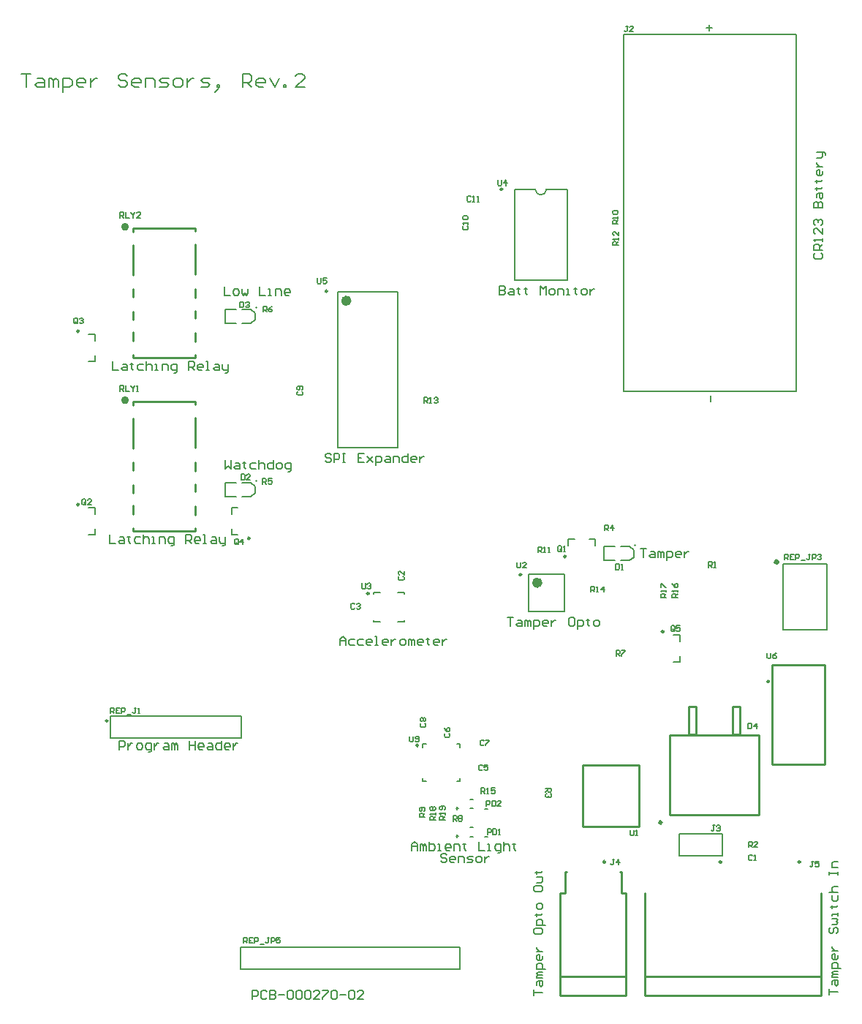
<source format=gto>
G04*
G04 #@! TF.GenerationSoftware,Altium Limited,Altium Designer,18.1.9 (240)*
G04*
G04 Layer_Color=65535*
%FSLAX24Y24*%
%MOIN*%
G70*
G01*
G75*
%ADD10C,0.0100*%
%ADD11C,0.0098*%
%ADD12C,0.0236*%
%ADD13C,0.0079*%
%ADD14C,0.0157*%
%ADD15C,0.0150*%
%ADD16C,0.0213*%
%ADD17C,0.0050*%
%ADD18C,0.0070*%
D10*
X29897Y14574D02*
G03*
X29897Y14574I-0J0D01*
G01*
X12632Y25394D02*
G03*
X12632Y25394I-0J0D01*
G01*
X5868Y6564D02*
G03*
X5868Y6564I-48J0D01*
G01*
X36012Y8351D02*
G03*
X36012Y8351I-41J0D01*
G01*
X12632Y17494D02*
G03*
X12632Y17494I-0J0D01*
G01*
X9867Y25853D02*
Y26260D01*
X7033Y23869D02*
Y24267D01*
X9867Y23833D02*
Y24231D01*
X9867Y24897D02*
Y25252D01*
Y23105D02*
Y23243D01*
X7033Y23105D02*
Y23243D01*
X7033Y24857D02*
Y25211D01*
Y25863D02*
Y26235D01*
X7025Y26865D02*
X7033Y28243D01*
X9867Y26898D02*
X9869Y28263D01*
X7033Y28838D02*
Y29011D01*
X9867Y28873D02*
Y29011D01*
X7033Y23105D02*
X9867D01*
X7033Y29011D02*
X9867D01*
X29220Y-310D02*
X29287D01*
X26713D02*
X26780D01*
X26713Y-1290D02*
Y-310D01*
X26500Y-5940D02*
Y-1290D01*
X29500Y-5940D02*
Y-1290D01*
X26500D02*
X26713D01*
X26500Y-5940D02*
X29500D01*
X26500Y-5090D02*
X29500D01*
X29287Y-1290D02*
X29500D01*
X29287D02*
Y-310D01*
X31500Y2284D02*
Y5926D01*
X35540Y2284D02*
Y5926D01*
X31500Y2284D02*
X35540D01*
X34340Y5930D02*
X34700D01*
X34340D02*
X34340Y7200D01*
X34700Y7200D01*
Y5930D02*
Y7200D01*
X32340Y5930D02*
X32700D01*
X32340D02*
Y7220D01*
X32700Y7220D01*
Y5930D02*
Y7220D01*
X31500Y5926D02*
X35540D01*
X30360Y-5940D02*
Y-1290D01*
X38390Y-5940D02*
Y-1290D01*
X30360Y-5940D02*
X38390D01*
X30360Y-5090D02*
X38390D01*
X30070Y1738D02*
Y4542D01*
X27510Y1738D02*
Y4542D01*
Y1738D02*
X30070D01*
X27510Y4542D02*
X30070D01*
X36145Y4568D02*
Y9108D01*
Y4568D02*
X38547D01*
Y9108D01*
X36145D02*
X38547D01*
X7033Y21111D02*
X9867D01*
X7033Y15205D02*
X9867D01*
Y20973D02*
Y21111D01*
X7033Y20938D02*
Y21111D01*
X9867Y18998D02*
X9869Y20363D01*
X7025Y18965D02*
X7033Y20343D01*
Y17963D02*
Y18335D01*
Y16957D02*
Y17311D01*
X7033Y15205D02*
Y15343D01*
X9867Y15205D02*
Y15343D01*
Y16997D02*
Y17352D01*
X9867Y15933D02*
Y16331D01*
X7033Y15969D02*
Y16367D01*
X9867Y17953D02*
Y18360D01*
D11*
X26756Y14051D02*
G03*
X26756Y14051I-49J0D01*
G01*
X24728Y13225D02*
G03*
X24728Y13225I-49J0D01*
G01*
X17775Y12360D02*
G03*
X17775Y12360I-49J0D01*
G01*
X23858Y30789D02*
G03*
X23858Y30789I-49J0D01*
G01*
X15885Y26141D02*
G03*
X15885Y26141I-49J0D01*
G01*
X12341Y14882D02*
G03*
X12341Y14882I-49J0D01*
G01*
X20026Y5444D02*
G03*
X20026Y5444I-49J0D01*
G01*
X28553Y129D02*
G03*
X28553Y129I-49J0D01*
G01*
X31215Y10624D02*
G03*
X31215Y10624I-49J0D01*
G01*
X33849Y131D02*
G03*
X33849Y131I-49J0D01*
G01*
X37443Y129D02*
G03*
X37443Y129I-49J0D01*
G01*
X4557Y16418D02*
G03*
X4557Y16418I-49J0D01*
G01*
Y24318D02*
G03*
X4557Y24318I-49J0D01*
G01*
D12*
X25565Y12853D02*
G03*
X25565Y12853I-118J0D01*
G01*
X16859Y25706D02*
G03*
X16859Y25706I-118J0D01*
G01*
D13*
X25360Y30781D02*
G03*
X25860Y30781I250J0D01*
G01*
X29248Y14495D02*
X29641D01*
Y13865D02*
X29838Y14023D01*
X29641Y14495D02*
X29838Y14337D01*
X29248Y13865D02*
X29641D01*
X29838Y14023D02*
Y14337D01*
X28500Y13865D02*
Y14495D01*
X28972D01*
X28500Y13865D02*
X28972D01*
X11983Y25315D02*
X12377D01*
Y24685D02*
X12574Y24843D01*
X12377Y25315D02*
X12574Y25157D01*
X11983Y24685D02*
X12377D01*
X12574Y24843D02*
Y25157D01*
X11235Y24685D02*
Y25315D01*
X11707D01*
X11235Y24685D02*
X11707D01*
X28088Y14543D02*
Y14838D01*
X27809D02*
X28088D01*
X26860D02*
X27139D01*
X26860Y14543D02*
Y14838D01*
X25053Y11554D02*
Y13246D01*
X26687Y11554D02*
Y13246D01*
X25053D02*
X26687D01*
X25053Y11554D02*
X26687D01*
X17981Y12360D02*
Y12419D01*
X18277D01*
X19103D02*
X19399D01*
Y12360D02*
Y12419D01*
Y11081D02*
Y11140D01*
X19103Y11081D02*
X19399D01*
X17981D02*
Y11140D01*
Y11081D02*
X18277D01*
X29394Y37841D02*
X37268D01*
Y21581D02*
Y37841D01*
X29394Y21581D02*
X37268D01*
X29394D02*
Y37841D01*
X24409Y30782D02*
X25360D01*
X25860D02*
X26811D01*
X24409Y26628D02*
X26811D01*
X24409D02*
Y30782D01*
X26811Y26628D02*
Y30782D01*
X16348Y19013D02*
X19084D01*
X16348Y26100D02*
X19084D01*
Y19013D02*
Y26100D01*
X16348Y19013D02*
Y26100D01*
X22401Y1293D02*
X22519D01*
X22401Y1707D02*
X22519D01*
X11505Y16264D02*
X11800D01*
X11505Y15985D02*
Y16264D01*
Y15036D02*
Y15315D01*
Y15036D02*
X11800D01*
X5988Y6772D02*
X11957D01*
X5988Y5787D02*
X11957D01*
X5988D02*
Y6772D01*
X11957Y5787D02*
Y6772D01*
X20232Y5355D02*
Y5503D01*
X20380D01*
X21777D02*
X21925D01*
Y5355D02*
Y5503D01*
Y3810D02*
Y3958D01*
X21777Y3810D02*
X21925D01*
X20232D02*
Y3958D01*
Y3810D02*
X20380D01*
X22401Y2977D02*
X22519D01*
X22401Y2563D02*
X22519D01*
X31657Y9242D02*
X31953D01*
Y9521D01*
Y10191D02*
Y10470D01*
X31657D02*
X31953D01*
X31906Y398D02*
X33874D01*
X31906Y1422D02*
X33874D01*
X31906Y398D02*
Y1422D01*
X33874Y398D02*
Y1422D01*
X36650Y10720D02*
Y12637D01*
Y10720D02*
Y13720D01*
X38650Y10720D02*
Y13720D01*
X36650D02*
X38650D01*
X36650Y10720D02*
X38650D01*
X21910Y-4740D02*
Y-3740D01*
X11910Y-4740D02*
X21910D01*
X11910D02*
Y-3740D01*
X12660D01*
X21910D01*
X11983Y17415D02*
X12377D01*
Y16785D02*
X12574Y16943D01*
X12377Y17415D02*
X12574Y17257D01*
X11983Y16785D02*
X12377D01*
X12574Y16943D02*
Y17257D01*
X11235Y16785D02*
Y17415D01*
X11707D01*
X11235Y16785D02*
X11707D01*
X5000Y15036D02*
X5295D01*
Y15315D01*
Y15985D02*
Y16264D01*
X5000D02*
X5295D01*
X5000Y24164D02*
X5295D01*
Y23885D02*
Y24164D01*
Y22936D02*
Y23215D01*
X5000Y22936D02*
X5295D01*
X1929Y36058D02*
X2349D01*
X2139D01*
Y35428D01*
X2663Y35848D02*
X2873D01*
X2978Y35743D01*
Y35428D01*
X2663D01*
X2558Y35533D01*
X2663Y35638D01*
X2978D01*
X3188Y35428D02*
Y35848D01*
X3293D01*
X3398Y35743D01*
Y35428D01*
Y35743D01*
X3503Y35848D01*
X3608Y35743D01*
Y35428D01*
X3818Y35218D02*
Y35848D01*
X4133D01*
X4238Y35743D01*
Y35533D01*
X4133Y35428D01*
X3818D01*
X4762D02*
X4553D01*
X4448Y35533D01*
Y35743D01*
X4553Y35848D01*
X4762D01*
X4867Y35743D01*
Y35638D01*
X4448D01*
X5077Y35848D02*
Y35428D01*
Y35638D01*
X5182Y35743D01*
X5287Y35848D01*
X5392D01*
X6757Y35953D02*
X6652Y36058D01*
X6442D01*
X6337Y35953D01*
Y35848D01*
X6442Y35743D01*
X6652D01*
X6757Y35638D01*
Y35533D01*
X6652Y35428D01*
X6442D01*
X6337Y35533D01*
X7281Y35428D02*
X7071D01*
X6966Y35533D01*
Y35743D01*
X7071Y35848D01*
X7281D01*
X7386Y35743D01*
Y35638D01*
X6966D01*
X7596Y35428D02*
Y35848D01*
X7911D01*
X8016Y35743D01*
Y35428D01*
X8226D02*
X8541D01*
X8646Y35533D01*
X8541Y35638D01*
X8331D01*
X8226Y35743D01*
X8331Y35848D01*
X8646D01*
X8961Y35428D02*
X9170D01*
X9275Y35533D01*
Y35743D01*
X9170Y35848D01*
X8961D01*
X8856Y35743D01*
Y35533D01*
X8961Y35428D01*
X9485Y35848D02*
Y35428D01*
Y35638D01*
X9590Y35743D01*
X9695Y35848D01*
X9800D01*
X10115Y35428D02*
X10430D01*
X10535Y35533D01*
X10430Y35638D01*
X10220D01*
X10115Y35743D01*
X10220Y35848D01*
X10535D01*
X10850Y35323D02*
X10955Y35428D01*
Y35533D01*
X10850D01*
Y35428D01*
X10955D01*
X10850Y35323D01*
X10745Y35218D01*
X12004Y35428D02*
Y36058D01*
X12319D01*
X12424Y35953D01*
Y35743D01*
X12319Y35638D01*
X12004D01*
X12214D02*
X12424Y35428D01*
X12949D02*
X12739D01*
X12634Y35533D01*
Y35743D01*
X12739Y35848D01*
X12949D01*
X13054Y35743D01*
Y35638D01*
X12634D01*
X13264Y35848D02*
X13474Y35428D01*
X13683Y35848D01*
X13893Y35428D02*
Y35533D01*
X13998D01*
Y35428D01*
X13893D01*
X14838D02*
X14418D01*
X14838Y35848D01*
Y35953D01*
X14733Y36058D01*
X14523D01*
X14418Y35953D01*
D14*
X6746Y29070D02*
G03*
X6746Y29070I-94J0D01*
G01*
Y21170D02*
G03*
X6746Y21170I-94J0D01*
G01*
D15*
X31058Y1954D02*
G03*
X31060Y1954I2J-31D01*
G01*
D16*
X36389Y13800D02*
G03*
X36389Y13800I-39J0D01*
G01*
D17*
X23063Y1281D02*
X23181D01*
X21798Y1250D02*
Y1368D01*
X21739Y1308D02*
X21857D01*
X21739Y2578D02*
X21857D01*
X21798Y2520D02*
Y2638D01*
X23063Y2551D02*
X23181D01*
X35930Y9660D02*
Y9452D01*
X35972Y9410D01*
X36055D01*
X36097Y9452D01*
Y9660D01*
X36347D02*
X36263Y9618D01*
X36180Y9535D01*
Y9452D01*
X36222Y9410D01*
X36305D01*
X36347Y9452D01*
Y9493D01*
X36305Y9535D01*
X36180D01*
X29680Y1580D02*
Y1372D01*
X29722Y1330D01*
X29805D01*
X29847Y1372D01*
Y1580D01*
X29930Y1330D02*
X30013D01*
X29972D01*
Y1580D01*
X29930Y1538D01*
X38037Y154D02*
X37953D01*
X37995D01*
Y-55D01*
X37953Y-96D01*
X37912D01*
X37870Y-55D01*
X38287Y154D02*
X38120D01*
Y29D01*
X38203Y70D01*
X38245D01*
X38287Y29D01*
Y-55D01*
X38245Y-96D01*
X38162D01*
X38120Y-55D01*
X35065Y6450D02*
Y6200D01*
X35190D01*
X35232Y6242D01*
Y6408D01*
X35190Y6450D01*
X35065D01*
X35440Y6200D02*
Y6450D01*
X35315Y6325D01*
X35482D01*
X35247Y418D02*
X35205Y460D01*
X35122D01*
X35080Y418D01*
Y252D01*
X35122Y210D01*
X35205D01*
X35247Y252D01*
X35330Y210D02*
X35413D01*
X35372D01*
Y460D01*
X35330Y418D01*
X12060Y-3570D02*
Y-3320D01*
X12185D01*
X12227Y-3362D01*
Y-3445D01*
X12185Y-3487D01*
X12060D01*
X12143D02*
X12227Y-3570D01*
X12477Y-3320D02*
X12310D01*
Y-3570D01*
X12477D01*
X12310Y-3445D02*
X12393D01*
X12560Y-3570D02*
Y-3320D01*
X12685D01*
X12726Y-3362D01*
Y-3445D01*
X12685Y-3487D01*
X12560D01*
X12810Y-3612D02*
X12976D01*
X13226Y-3320D02*
X13143D01*
X13185D01*
Y-3528D01*
X13143Y-3570D01*
X13101D01*
X13060Y-3528D01*
X13310Y-3570D02*
Y-3320D01*
X13435D01*
X13476Y-3362D01*
Y-3445D01*
X13435Y-3487D01*
X13310D01*
X13726Y-3320D02*
X13560D01*
Y-3445D01*
X13643Y-3403D01*
X13684D01*
X13726Y-3445D01*
Y-3528D01*
X13684Y-3570D01*
X13601D01*
X13560Y-3528D01*
X36730Y13910D02*
Y14160D01*
X36855D01*
X36897Y14118D01*
Y14035D01*
X36855Y13993D01*
X36730D01*
X36813D02*
X36897Y13910D01*
X37147Y14160D02*
X36980D01*
Y13910D01*
X37147D01*
X36980Y14035D02*
X37063D01*
X37230Y13910D02*
Y14160D01*
X37355D01*
X37396Y14118D01*
Y14035D01*
X37355Y13993D01*
X37230D01*
X37480Y13868D02*
X37646D01*
X37896Y14160D02*
X37813D01*
X37855D01*
Y13952D01*
X37813Y13910D01*
X37771D01*
X37730Y13952D01*
X37980Y13910D02*
Y14160D01*
X38105D01*
X38146Y14118D01*
Y14035D01*
X38105Y13993D01*
X37980D01*
X38230Y14118D02*
X38271Y14160D01*
X38354D01*
X38396Y14118D01*
Y14077D01*
X38354Y14035D01*
X38313D01*
X38354D01*
X38396Y13993D01*
Y13952D01*
X38354Y13910D01*
X38271D01*
X38230Y13952D01*
X21250Y2040D02*
X21000D01*
Y2165D01*
X21042Y2207D01*
X21125D01*
X21167Y2165D01*
Y2040D01*
Y2123D02*
X21250Y2207D01*
Y2290D02*
Y2373D01*
Y2332D01*
X21000D01*
X21042Y2290D01*
X21208Y2498D02*
X21250Y2540D01*
Y2623D01*
X21208Y2665D01*
X21042D01*
X21000Y2623D01*
Y2540D01*
X21042Y2498D01*
X21083D01*
X21125Y2540D01*
Y2665D01*
X20810Y2030D02*
X20560D01*
Y2155D01*
X20602Y2197D01*
X20685D01*
X20727Y2155D01*
Y2030D01*
Y2113D02*
X20810Y2197D01*
Y2280D02*
Y2363D01*
Y2322D01*
X20560D01*
X20602Y2280D01*
Y2488D02*
X20560Y2530D01*
Y2613D01*
X20602Y2655D01*
X20643D01*
X20685Y2613D01*
X20727Y2655D01*
X20768D01*
X20810Y2613D01*
Y2530D01*
X20768Y2488D01*
X20727D01*
X20685Y2530D01*
X20643Y2488D01*
X20602D01*
X20685Y2530D02*
Y2613D01*
X31330Y12190D02*
X31080D01*
Y12315D01*
X31122Y12357D01*
X31205D01*
X31247Y12315D01*
Y12190D01*
Y12273D02*
X31330Y12357D01*
Y12440D02*
Y12523D01*
Y12482D01*
X31080D01*
X31122Y12440D01*
X31080Y12648D02*
Y12815D01*
X31122D01*
X31288Y12648D01*
X31330D01*
X31850Y12190D02*
X31600D01*
Y12315D01*
X31642Y12357D01*
X31725D01*
X31767Y12315D01*
Y12190D01*
Y12273D02*
X31850Y12357D01*
Y12440D02*
Y12523D01*
Y12482D01*
X31600D01*
X31642Y12440D01*
X31600Y12815D02*
X31642Y12731D01*
X31725Y12648D01*
X31808D01*
X31850Y12690D01*
Y12773D01*
X31808Y12815D01*
X31767D01*
X31725Y12773D01*
Y12648D01*
X33537Y1800D02*
X33453D01*
X33495D01*
Y1592D01*
X33453Y1550D01*
X33412D01*
X33370Y1592D01*
X33620Y1758D02*
X33662Y1800D01*
X33745D01*
X33787Y1758D01*
Y1717D01*
X33745Y1675D01*
X33703D01*
X33745D01*
X33787Y1633D01*
Y1592D01*
X33745Y1550D01*
X33662D01*
X33620Y1592D01*
X22900Y3250D02*
Y3500D01*
X23025D01*
X23067Y3458D01*
Y3375D01*
X23025Y3333D01*
X22900D01*
X22983D02*
X23067Y3250D01*
X23150D02*
X23233D01*
X23192D01*
Y3500D01*
X23150Y3458D01*
X23525Y3500D02*
X23358D01*
Y3375D01*
X23441Y3417D01*
X23483D01*
X23525Y3375D01*
Y3292D01*
X23483Y3250D01*
X23400D01*
X23358Y3292D01*
X31707Y10690D02*
Y10857D01*
X31665Y10899D01*
X31582D01*
X31540Y10857D01*
Y10690D01*
X31582Y10649D01*
X31665D01*
X31623Y10732D02*
X31707Y10649D01*
X31665D02*
X31707Y10690D01*
X31957Y10899D02*
X31790D01*
Y10774D01*
X31873Y10815D01*
X31915D01*
X31957Y10774D01*
Y10690D01*
X31915Y10649D01*
X31832D01*
X31790Y10690D01*
X23130Y2670D02*
Y2920D01*
X23255D01*
X23297Y2878D01*
Y2795D01*
X23255Y2753D01*
X23130D01*
X23380Y2920D02*
Y2670D01*
X23505D01*
X23547Y2712D01*
Y2878D01*
X23505Y2920D01*
X23380D01*
X23796Y2670D02*
X23630D01*
X23796Y2837D01*
Y2878D01*
X23755Y2920D01*
X23671D01*
X23630Y2878D01*
X28957Y250D02*
X28873D01*
X28915D01*
Y42D01*
X28873Y0D01*
X28832D01*
X28790Y42D01*
X29165Y0D02*
Y250D01*
X29040Y125D01*
X29207D01*
X20280Y21050D02*
Y21300D01*
X20405D01*
X20447Y21258D01*
Y21175D01*
X20405Y21133D01*
X20280D01*
X20363D02*
X20447Y21050D01*
X20530D02*
X20613D01*
X20572D01*
Y21300D01*
X20530Y21258D01*
X20738D02*
X20780Y21300D01*
X20863D01*
X20905Y21258D01*
Y21217D01*
X20863Y21175D01*
X20822D01*
X20863D01*
X20905Y21133D01*
Y21092D01*
X20863Y21050D01*
X20780D01*
X20738Y21092D01*
X19630Y5860D02*
Y5652D01*
X19672Y5610D01*
X19755D01*
X19797Y5652D01*
Y5860D01*
X19880Y5652D02*
X19922Y5610D01*
X20005D01*
X20047Y5652D01*
Y5818D01*
X20005Y5860D01*
X19922D01*
X19880Y5818D01*
Y5777D01*
X19922Y5735D01*
X20047D01*
X5996Y6902D02*
Y7151D01*
X6121D01*
X6163Y7110D01*
Y7027D01*
X6121Y6985D01*
X5996D01*
X6079D02*
X6163Y6902D01*
X6413Y7151D02*
X6246D01*
Y6902D01*
X6413D01*
X6246Y7027D02*
X6329D01*
X6496Y6902D02*
Y7151D01*
X6621D01*
X6663Y7110D01*
Y7027D01*
X6621Y6985D01*
X6496D01*
X6746Y6860D02*
X6912D01*
X7162Y7151D02*
X7079D01*
X7121D01*
Y6943D01*
X7079Y6902D01*
X7037D01*
X6996Y6943D01*
X7246Y6902D02*
X7329D01*
X7287D01*
Y7151D01*
X7246Y7110D01*
X29151Y28230D02*
X28901D01*
Y28355D01*
X28943Y28397D01*
X29026D01*
X29068Y28355D01*
Y28230D01*
Y28314D02*
X29151Y28397D01*
Y28480D02*
Y28564D01*
Y28522D01*
X28901D01*
X28943Y28480D01*
X29151Y28855D02*
Y28688D01*
X28985Y28855D01*
X28943D01*
X28901Y28813D01*
Y28730D01*
X28943Y28688D01*
X29135Y29198D02*
X28886D01*
Y29323D01*
X28927Y29365D01*
X29010D01*
X29052Y29323D01*
Y29198D01*
Y29281D02*
X29135Y29365D01*
Y29448D02*
Y29531D01*
Y29490D01*
X28886D01*
X28927Y29448D01*
Y29656D02*
X28886Y29698D01*
Y29781D01*
X28927Y29823D01*
X29094D01*
X29135Y29781D01*
Y29698D01*
X29094Y29656D01*
X28927D01*
X20320Y2190D02*
X20070D01*
Y2315D01*
X20112Y2357D01*
X20195D01*
X20237Y2315D01*
Y2190D01*
Y2273D02*
X20320Y2357D01*
X20278Y2440D02*
X20320Y2482D01*
Y2565D01*
X20278Y2607D01*
X20112D01*
X20070Y2565D01*
Y2482D01*
X20112Y2440D01*
X20153D01*
X20195Y2482D01*
Y2607D01*
X11817Y14642D02*
Y14808D01*
X11775Y14850D01*
X11692D01*
X11650Y14808D01*
Y14642D01*
X11692Y14600D01*
X11775D01*
X11733Y14683D02*
X11817Y14600D01*
X11775D02*
X11817Y14642D01*
X12025Y14600D02*
Y14850D01*
X11900Y14725D01*
X12067D01*
X4487Y24712D02*
Y24878D01*
X4445Y24920D01*
X4362D01*
X4320Y24878D01*
Y24712D01*
X4362Y24670D01*
X4445D01*
X4403Y24753D02*
X4487Y24670D01*
X4445D02*
X4487Y24712D01*
X4570Y24878D02*
X4612Y24920D01*
X4695D01*
X4737Y24878D01*
Y24837D01*
X4695Y24795D01*
X4653D01*
X4695D01*
X4737Y24753D01*
Y24712D01*
X4695Y24670D01*
X4612D01*
X4570Y24712D01*
X4867Y16459D02*
Y16626D01*
X4825Y16668D01*
X4742D01*
X4700Y16626D01*
Y16459D01*
X4742Y16418D01*
X4825D01*
X4783Y16501D02*
X4867Y16418D01*
X4825D02*
X4867Y16459D01*
X5117Y16418D02*
X4950D01*
X5117Y16584D01*
Y16626D01*
X5075Y16668D01*
X4992D01*
X4950Y16626D01*
X23180Y1380D02*
Y1630D01*
X23305D01*
X23347Y1588D01*
Y1505D01*
X23305Y1463D01*
X23180D01*
X23430Y1630D02*
Y1380D01*
X23555D01*
X23597Y1422D01*
Y1588D01*
X23555Y1630D01*
X23430D01*
X23680Y1380D02*
X23763D01*
X23721D01*
Y1630D01*
X23680Y1588D01*
X22417Y30428D02*
X22375Y30470D01*
X22292D01*
X22250Y30428D01*
Y30262D01*
X22292Y30220D01*
X22375D01*
X22417Y30262D01*
X22500Y30220D02*
X22583D01*
X22542D01*
Y30470D01*
X22500Y30428D01*
X22708Y30220D02*
X22791D01*
X22750D01*
Y30470D01*
X22708Y30428D01*
X22092Y29107D02*
X22050Y29065D01*
Y28982D01*
X22092Y28940D01*
X22258D01*
X22300Y28982D01*
Y29065D01*
X22258Y29107D01*
X22300Y29190D02*
Y29273D01*
Y29232D01*
X22050D01*
X22092Y29190D01*
Y29398D02*
X22050Y29440D01*
Y29523D01*
X22092Y29565D01*
X22258D01*
X22300Y29523D01*
Y29440D01*
X22258Y29398D01*
X22092D01*
X14542Y21567D02*
X14500Y21525D01*
Y21442D01*
X14542Y21400D01*
X14708D01*
X14750Y21442D01*
Y21525D01*
X14708Y21567D01*
Y21650D02*
X14750Y21692D01*
Y21775D01*
X14708Y21817D01*
X14542D01*
X14500Y21775D01*
Y21692D01*
X14542Y21650D01*
X14583D01*
X14625Y21692D01*
Y21817D01*
X20155Y6447D02*
X20114Y6405D01*
Y6322D01*
X20155Y6280D01*
X20322D01*
X20364Y6322D01*
Y6405D01*
X20322Y6447D01*
X20155Y6530D02*
X20114Y6572D01*
Y6655D01*
X20155Y6697D01*
X20197D01*
X20239Y6655D01*
X20280Y6697D01*
X20322D01*
X20364Y6655D01*
Y6572D01*
X20322Y6530D01*
X20280D01*
X20239Y6572D01*
X20197Y6530D01*
X20155D01*
X20239Y6572D02*
Y6655D01*
X23017Y5638D02*
X22975Y5680D01*
X22892D01*
X22850Y5638D01*
Y5472D01*
X22892Y5430D01*
X22975D01*
X23017Y5472D01*
X23100Y5680D02*
X23267D01*
Y5638D01*
X23100Y5472D01*
Y5430D01*
X21252Y5987D02*
X21210Y5945D01*
Y5862D01*
X21252Y5820D01*
X21418D01*
X21460Y5862D01*
Y5945D01*
X21418Y5987D01*
X21210Y6237D02*
X21252Y6153D01*
X21335Y6070D01*
X21418D01*
X21460Y6112D01*
Y6195D01*
X21418Y6237D01*
X21377D01*
X21335Y6195D01*
Y6070D01*
X22947Y4518D02*
X22905Y4560D01*
X22822D01*
X22780Y4518D01*
Y4352D01*
X22822Y4310D01*
X22905D01*
X22947Y4352D01*
X23197Y4560D02*
X23030D01*
Y4435D01*
X23113Y4477D01*
X23155D01*
X23197Y4435D01*
Y4352D01*
X23155Y4310D01*
X23072D01*
X23030Y4352D01*
X6435Y29490D02*
Y29740D01*
X6560D01*
X6601Y29698D01*
Y29615D01*
X6560Y29573D01*
X6435D01*
X6518D02*
X6601Y29490D01*
X6685Y29740D02*
Y29490D01*
X6851D01*
X6935Y29740D02*
Y29698D01*
X7018Y29615D01*
X7101Y29698D01*
Y29740D01*
X7018Y29615D02*
Y29490D01*
X7351D02*
X7185D01*
X7351Y29657D01*
Y29698D01*
X7310Y29740D01*
X7226D01*
X7185Y29698D01*
X6430Y21590D02*
Y21840D01*
X6555D01*
X6597Y21798D01*
Y21715D01*
X6555Y21673D01*
X6430D01*
X6513D02*
X6597Y21590D01*
X6680Y21840D02*
Y21590D01*
X6847D01*
X6930Y21840D02*
Y21798D01*
X7013Y21715D01*
X7096Y21798D01*
Y21840D01*
X7013Y21715D02*
Y21590D01*
X7180D02*
X7263D01*
X7221D01*
Y21840D01*
X7180Y21798D01*
X15426Y26738D02*
Y26530D01*
X15468Y26488D01*
X15551D01*
X15593Y26530D01*
Y26738D01*
X15843D02*
X15676D01*
Y26613D01*
X15759Y26654D01*
X15801D01*
X15843Y26613D01*
Y26530D01*
X15801Y26488D01*
X15718D01*
X15676Y26530D01*
X23661Y31207D02*
Y30998D01*
X23703Y30957D01*
X23786D01*
X23828Y30998D01*
Y31207D01*
X24036Y30957D02*
Y31207D01*
X23911Y31082D01*
X24078D01*
X29580Y38222D02*
X29497D01*
X29538D01*
Y38014D01*
X29497Y37972D01*
X29455D01*
X29413Y38014D01*
X29830Y37972D02*
X29663D01*
X29830Y38139D01*
Y38181D01*
X29788Y38222D01*
X29705D01*
X29663Y38181D01*
X17450Y12830D02*
Y12622D01*
X17492Y12580D01*
X17575D01*
X17617Y12622D01*
Y12830D01*
X17700Y12788D02*
X17742Y12830D01*
X17825D01*
X17867Y12788D01*
Y12747D01*
X17825Y12705D01*
X17783D01*
X17825D01*
X17867Y12663D01*
Y12622D01*
X17825Y12580D01*
X17742D01*
X17700Y12622D01*
X21610Y1985D02*
Y2235D01*
X21735D01*
X21777Y2194D01*
Y2110D01*
X21735Y2069D01*
X21610D01*
X21693D02*
X21777Y1985D01*
X21860Y2194D02*
X21902Y2235D01*
X21985D01*
X22027Y2194D01*
Y2152D01*
X21985Y2110D01*
X22027Y2069D01*
Y2027D01*
X21985Y1985D01*
X21902D01*
X21860Y2027D01*
Y2069D01*
X21902Y2110D01*
X21860Y2152D01*
Y2194D01*
X21902Y2110D02*
X21985D01*
X29037Y9526D02*
Y9776D01*
X29162D01*
X29204Y9734D01*
Y9651D01*
X29162Y9609D01*
X29037D01*
X29121D02*
X29204Y9526D01*
X29287Y9776D02*
X29454D01*
Y9734D01*
X29287Y9568D01*
Y9526D01*
X25830Y3490D02*
X26080D01*
Y3365D01*
X26038Y3323D01*
X25955D01*
X25913Y3365D01*
Y3490D01*
Y3407D02*
X25830Y3323D01*
X26038Y3240D02*
X26080Y3198D01*
Y3115D01*
X26038Y3074D01*
X25997D01*
X25955Y3115D01*
Y3157D01*
Y3115D01*
X25913Y3074D01*
X25872D01*
X25830Y3115D01*
Y3198D01*
X25872Y3240D01*
X35080Y800D02*
Y1050D01*
X35205D01*
X35247Y1008D01*
Y925D01*
X35205Y883D01*
X35080D01*
X35163D02*
X35247Y800D01*
X35497D02*
X35330D01*
X35497Y967D01*
Y1008D01*
X35455Y1050D01*
X35372D01*
X35330Y1008D01*
X17127Y11868D02*
X17085Y11910D01*
X17002D01*
X16960Y11868D01*
Y11702D01*
X17002Y11660D01*
X17085D01*
X17127Y11702D01*
X17210Y11868D02*
X17252Y11910D01*
X17335D01*
X17377Y11868D01*
Y11827D01*
X17335Y11785D01*
X17293D01*
X17335D01*
X17377Y11743D01*
Y11702D01*
X17335Y11660D01*
X17252D01*
X17210Y11702D01*
X19162Y13137D02*
X19120Y13095D01*
Y13012D01*
X19162Y12970D01*
X19328D01*
X19370Y13012D01*
Y13095D01*
X19328Y13137D01*
X19370Y13387D02*
Y13220D01*
X19203Y13387D01*
X19162D01*
X19120Y13345D01*
Y13262D01*
X19162Y13220D01*
X24520Y13780D02*
Y13572D01*
X24562Y13530D01*
X24645D01*
X24687Y13572D01*
Y13780D01*
X24937Y13530D02*
X24770D01*
X24937Y13697D01*
Y13738D01*
X24895Y13780D01*
X24812D01*
X24770Y13738D01*
X12950Y25200D02*
Y25450D01*
X13075D01*
X13117Y25408D01*
Y25325D01*
X13075Y25283D01*
X12950D01*
X13033D02*
X13117Y25200D01*
X13367Y25450D02*
X13283Y25408D01*
X13200Y25325D01*
Y25242D01*
X13242Y25200D01*
X13325D01*
X13367Y25242D01*
Y25283D01*
X13325Y25325D01*
X13200D01*
X12934Y17352D02*
Y17602D01*
X13059D01*
X13100Y17560D01*
Y17477D01*
X13059Y17435D01*
X12934D01*
X13017D02*
X13100Y17352D01*
X13350Y17602D02*
X13184D01*
Y17477D01*
X13267Y17519D01*
X13309D01*
X13350Y17477D01*
Y17394D01*
X13309Y17352D01*
X13225D01*
X13184Y17394D01*
X28520Y15230D02*
Y15480D01*
X28645D01*
X28687Y15438D01*
Y15355D01*
X28645Y15313D01*
X28520D01*
X28603D02*
X28687Y15230D01*
X28895D02*
Y15480D01*
X28770Y15355D01*
X28937D01*
X25480Y14240D02*
Y14490D01*
X25605D01*
X25647Y14448D01*
Y14365D01*
X25605Y14323D01*
X25480D01*
X25563D02*
X25647Y14240D01*
X25730D02*
X25813D01*
X25772D01*
Y14490D01*
X25730Y14448D01*
X25938Y14240D02*
X26021D01*
X25980D01*
Y14490D01*
X25938Y14448D01*
X27900Y12430D02*
Y12680D01*
X28025D01*
X28067Y12638D01*
Y12555D01*
X28025Y12513D01*
X27900D01*
X27983D02*
X28067Y12430D01*
X28150D02*
X28233D01*
X28192D01*
Y12680D01*
X28150Y12638D01*
X28483Y12430D02*
Y12680D01*
X28358Y12555D01*
X28525D01*
X26557Y14322D02*
Y14488D01*
X26515Y14530D01*
X26432D01*
X26390Y14488D01*
Y14322D01*
X26432Y14280D01*
X26515D01*
X26473Y14363D02*
X26557Y14280D01*
X26515D02*
X26557Y14322D01*
X26640Y14280D02*
X26723D01*
X26682D01*
Y14530D01*
X26640Y14488D01*
X11900Y25650D02*
Y25400D01*
X12025D01*
X12067Y25442D01*
Y25608D01*
X12025Y25650D01*
X11900D01*
X12150Y25608D02*
X12192Y25650D01*
X12275D01*
X12317Y25608D01*
Y25567D01*
X12275Y25525D01*
X12233D01*
X12275D01*
X12317Y25483D01*
Y25442D01*
X12275Y25400D01*
X12192D01*
X12150Y25442D01*
X11950Y17800D02*
Y17550D01*
X12075D01*
X12117Y17592D01*
Y17758D01*
X12075Y17800D01*
X11950D01*
X12367Y17550D02*
X12200D01*
X12367Y17717D01*
Y17758D01*
X12325Y17800D01*
X12242D01*
X12200Y17758D01*
X29020Y13710D02*
Y13460D01*
X29145D01*
X29187Y13502D01*
Y13668D01*
X29145Y13710D01*
X29020D01*
X29270Y13460D02*
X29353D01*
X29312D01*
Y13710D01*
X29270Y13668D01*
X33250Y13555D02*
Y13805D01*
X33375D01*
X33417Y13763D01*
Y13680D01*
X33375Y13638D01*
X33250D01*
X33333D02*
X33417Y13555D01*
X33500D02*
X33583D01*
X33542D01*
Y13805D01*
X33500Y13763D01*
D18*
X33366Y21111D02*
Y21378D01*
X33272Y38004D02*
Y38271D01*
X33138Y38137D02*
X33405D01*
X12460Y-6110D02*
Y-5710D01*
X12660D01*
X12727Y-5777D01*
Y-5910D01*
X12660Y-5977D01*
X12460D01*
X13126Y-5777D02*
X13060Y-5710D01*
X12927D01*
X12860Y-5777D01*
Y-6043D01*
X12927Y-6110D01*
X13060D01*
X13126Y-6043D01*
X13260Y-5710D02*
Y-6110D01*
X13460D01*
X13526Y-6043D01*
Y-5977D01*
X13460Y-5910D01*
X13260D01*
X13460D01*
X13526Y-5843D01*
Y-5777D01*
X13460Y-5710D01*
X13260D01*
X13660Y-5910D02*
X13926D01*
X14059Y-5777D02*
X14126Y-5710D01*
X14259D01*
X14326Y-5777D01*
Y-6043D01*
X14259Y-6110D01*
X14126D01*
X14059Y-6043D01*
Y-5777D01*
X14459D02*
X14526Y-5710D01*
X14659D01*
X14726Y-5777D01*
Y-6043D01*
X14659Y-6110D01*
X14526D01*
X14459Y-6043D01*
Y-5777D01*
X14859D02*
X14926Y-5710D01*
X15059D01*
X15126Y-5777D01*
Y-6043D01*
X15059Y-6110D01*
X14926D01*
X14859Y-6043D01*
Y-5777D01*
X15526Y-6110D02*
X15259D01*
X15526Y-5843D01*
Y-5777D01*
X15459Y-5710D01*
X15326D01*
X15259Y-5777D01*
X15659Y-5710D02*
X15926D01*
Y-5777D01*
X15659Y-6043D01*
Y-6110D01*
X16059Y-5777D02*
X16125Y-5710D01*
X16259D01*
X16325Y-5777D01*
Y-6043D01*
X16259Y-6110D01*
X16125D01*
X16059Y-6043D01*
Y-5777D01*
X16459Y-5910D02*
X16725D01*
X16859Y-5777D02*
X16925Y-5710D01*
X17059D01*
X17125Y-5777D01*
Y-6043D01*
X17059Y-6110D01*
X16925D01*
X16859Y-6043D01*
Y-5777D01*
X17525Y-6110D02*
X17258D01*
X17525Y-5843D01*
Y-5777D01*
X17458Y-5710D01*
X17325D01*
X17258Y-5777D01*
X6400Y5260D02*
Y5660D01*
X6600D01*
X6667Y5593D01*
Y5460D01*
X6600Y5393D01*
X6400D01*
X6800Y5527D02*
Y5260D01*
Y5393D01*
X6867Y5460D01*
X6933Y5527D01*
X7000D01*
X7266Y5260D02*
X7400D01*
X7466Y5327D01*
Y5460D01*
X7400Y5527D01*
X7266D01*
X7200Y5460D01*
Y5327D01*
X7266Y5260D01*
X7733Y5127D02*
X7800D01*
X7866Y5193D01*
Y5527D01*
X7666D01*
X7600Y5460D01*
Y5327D01*
X7666Y5260D01*
X7866D01*
X7999Y5527D02*
Y5260D01*
Y5393D01*
X8066Y5460D01*
X8133Y5527D01*
X8199D01*
X8466D02*
X8599D01*
X8666Y5460D01*
Y5260D01*
X8466D01*
X8399Y5327D01*
X8466Y5393D01*
X8666D01*
X8799Y5260D02*
Y5527D01*
X8866D01*
X8933Y5460D01*
Y5260D01*
Y5460D01*
X8999Y5527D01*
X9066Y5460D01*
Y5260D01*
X9599Y5660D02*
Y5260D01*
Y5460D01*
X9866D01*
Y5660D01*
Y5260D01*
X10199D02*
X10065D01*
X9999Y5327D01*
Y5460D01*
X10065Y5527D01*
X10199D01*
X10265Y5460D01*
Y5393D01*
X9999D01*
X10465Y5527D02*
X10599D01*
X10665Y5460D01*
Y5260D01*
X10465D01*
X10399Y5327D01*
X10465Y5393D01*
X10665D01*
X11065Y5660D02*
Y5260D01*
X10865D01*
X10799Y5327D01*
Y5460D01*
X10865Y5527D01*
X11065D01*
X11398Y5260D02*
X11265D01*
X11198Y5327D01*
Y5460D01*
X11265Y5527D01*
X11398D01*
X11465Y5460D01*
Y5393D01*
X11198D01*
X11598Y5527D02*
Y5260D01*
Y5393D01*
X11665Y5460D01*
X11732Y5527D01*
X11798D01*
X5940Y15060D02*
Y14660D01*
X6207D01*
X6407Y14927D02*
X6540D01*
X6606Y14860D01*
Y14660D01*
X6407D01*
X6340Y14727D01*
X6407Y14793D01*
X6606D01*
X6806Y14993D02*
Y14927D01*
X6740D01*
X6873D01*
X6806D01*
Y14727D01*
X6873Y14660D01*
X7340Y14927D02*
X7140D01*
X7073Y14860D01*
Y14727D01*
X7140Y14660D01*
X7340D01*
X7473Y15060D02*
Y14660D01*
Y14860D01*
X7539Y14927D01*
X7673D01*
X7739Y14860D01*
Y14660D01*
X7873D02*
X8006D01*
X7939D01*
Y14927D01*
X7873D01*
X8206Y14660D02*
Y14927D01*
X8406D01*
X8473Y14860D01*
Y14660D01*
X8739Y14527D02*
X8806D01*
X8872Y14593D01*
Y14927D01*
X8672D01*
X8606Y14860D01*
Y14727D01*
X8672Y14660D01*
X8872D01*
X9406D02*
Y15060D01*
X9605D01*
X9672Y14993D01*
Y14860D01*
X9605Y14793D01*
X9406D01*
X9539D02*
X9672Y14660D01*
X10005D02*
X9872D01*
X9805Y14727D01*
Y14860D01*
X9872Y14927D01*
X10005D01*
X10072Y14860D01*
Y14793D01*
X9805D01*
X10205Y14660D02*
X10339D01*
X10272D01*
Y15060D01*
X10205D01*
X10605Y14927D02*
X10738D01*
X10805Y14860D01*
Y14660D01*
X10605D01*
X10539Y14727D01*
X10605Y14793D01*
X10805D01*
X10938Y14927D02*
Y14727D01*
X11005Y14660D01*
X11205D01*
Y14593D01*
X11138Y14527D01*
X11072D01*
X11205Y14660D02*
Y14927D01*
X6080Y22940D02*
Y22540D01*
X6347D01*
X6547Y22807D02*
X6680D01*
X6746Y22740D01*
Y22540D01*
X6547D01*
X6480Y22607D01*
X6547Y22673D01*
X6746D01*
X6946Y22873D02*
Y22807D01*
X6880D01*
X7013D01*
X6946D01*
Y22607D01*
X7013Y22540D01*
X7480Y22807D02*
X7280D01*
X7213Y22740D01*
Y22607D01*
X7280Y22540D01*
X7480D01*
X7613Y22940D02*
Y22540D01*
Y22740D01*
X7679Y22807D01*
X7813D01*
X7879Y22740D01*
Y22540D01*
X8013D02*
X8146D01*
X8079D01*
Y22807D01*
X8013D01*
X8346Y22540D02*
Y22807D01*
X8546D01*
X8613Y22740D01*
Y22540D01*
X8879Y22407D02*
X8946D01*
X9012Y22473D01*
Y22807D01*
X8812D01*
X8746Y22740D01*
Y22607D01*
X8812Y22540D01*
X9012D01*
X9546D02*
Y22940D01*
X9745D01*
X9812Y22873D01*
Y22740D01*
X9745Y22673D01*
X9546D01*
X9679D02*
X9812Y22540D01*
X10145D02*
X10012D01*
X9945Y22607D01*
Y22740D01*
X10012Y22807D01*
X10145D01*
X10212Y22740D01*
Y22673D01*
X9945D01*
X10345Y22540D02*
X10479D01*
X10412D01*
Y22940D01*
X10345D01*
X10745Y22807D02*
X10878D01*
X10945Y22740D01*
Y22540D01*
X10745D01*
X10679Y22607D01*
X10745Y22673D01*
X10945D01*
X11078Y22807D02*
Y22607D01*
X11145Y22540D01*
X11345D01*
Y22473D01*
X11278Y22407D01*
X11212D01*
X11345Y22540D02*
Y22807D01*
X24100Y11280D02*
X24367D01*
X24233D01*
Y10880D01*
X24567Y11147D02*
X24700D01*
X24766Y11080D01*
Y10880D01*
X24567D01*
X24500Y10947D01*
X24567Y11013D01*
X24766D01*
X24900Y10880D02*
Y11147D01*
X24966D01*
X25033Y11080D01*
Y10880D01*
Y11080D01*
X25100Y11147D01*
X25166Y11080D01*
Y10880D01*
X25300Y10747D02*
Y11147D01*
X25500D01*
X25566Y11080D01*
Y10947D01*
X25500Y10880D01*
X25300D01*
X25899D02*
X25766D01*
X25699Y10947D01*
Y11080D01*
X25766Y11147D01*
X25899D01*
X25966Y11080D01*
Y11013D01*
X25699D01*
X26099Y11147D02*
Y10880D01*
Y11013D01*
X26166Y11080D01*
X26233Y11147D01*
X26299D01*
X27099Y11280D02*
X26966D01*
X26899Y11213D01*
Y10947D01*
X26966Y10880D01*
X27099D01*
X27166Y10947D01*
Y11213D01*
X27099Y11280D01*
X27299Y10747D02*
Y11147D01*
X27499D01*
X27566Y11080D01*
Y10947D01*
X27499Y10880D01*
X27299D01*
X27765Y11213D02*
Y11147D01*
X27699D01*
X27832D01*
X27765D01*
Y10947D01*
X27832Y10880D01*
X28099D02*
X28232D01*
X28299Y10947D01*
Y11080D01*
X28232Y11147D01*
X28099D01*
X28032Y11080D01*
Y10947D01*
X28099Y10880D01*
X16460Y10020D02*
Y10287D01*
X16593Y10420D01*
X16727Y10287D01*
Y10020D01*
Y10220D01*
X16460D01*
X17126Y10287D02*
X16927D01*
X16860Y10220D01*
Y10087D01*
X16927Y10020D01*
X17126D01*
X17526Y10287D02*
X17326D01*
X17260Y10220D01*
Y10087D01*
X17326Y10020D01*
X17526D01*
X17860D02*
X17726D01*
X17660Y10087D01*
Y10220D01*
X17726Y10287D01*
X17860D01*
X17926Y10220D01*
Y10153D01*
X17660D01*
X18059Y10020D02*
X18193D01*
X18126D01*
Y10420D01*
X18059D01*
X18593Y10020D02*
X18459D01*
X18393Y10087D01*
Y10220D01*
X18459Y10287D01*
X18593D01*
X18659Y10220D01*
Y10153D01*
X18393D01*
X18793Y10287D02*
Y10020D01*
Y10153D01*
X18859Y10220D01*
X18926Y10287D01*
X18993D01*
X19259Y10020D02*
X19392D01*
X19459Y10087D01*
Y10220D01*
X19392Y10287D01*
X19259D01*
X19192Y10220D01*
Y10087D01*
X19259Y10020D01*
X19592D02*
Y10287D01*
X19659D01*
X19726Y10220D01*
Y10020D01*
Y10220D01*
X19792Y10287D01*
X19859Y10220D01*
Y10020D01*
X20192D02*
X20059D01*
X19992Y10087D01*
Y10220D01*
X20059Y10287D01*
X20192D01*
X20259Y10220D01*
Y10153D01*
X19992D01*
X20459Y10353D02*
Y10287D01*
X20392D01*
X20525D01*
X20459D01*
Y10087D01*
X20525Y10020D01*
X20925D02*
X20792D01*
X20725Y10087D01*
Y10220D01*
X20792Y10287D01*
X20925D01*
X20992Y10220D01*
Y10153D01*
X20725D01*
X21125Y10287D02*
Y10020D01*
Y10153D01*
X21192Y10220D01*
X21258Y10287D01*
X21325D01*
X38107Y27887D02*
X38040Y27820D01*
Y27687D01*
X38107Y27620D01*
X38373D01*
X38440Y27687D01*
Y27820D01*
X38373Y27887D01*
X38440Y28020D02*
X38040D01*
Y28220D01*
X38107Y28286D01*
X38240D01*
X38307Y28220D01*
Y28020D01*
Y28153D02*
X38440Y28286D01*
Y28420D02*
Y28553D01*
Y28486D01*
X38040D01*
X38107Y28420D01*
X38440Y29020D02*
Y28753D01*
X38173Y29020D01*
X38107D01*
X38040Y28953D01*
Y28820D01*
X38107Y28753D01*
Y29153D02*
X38040Y29219D01*
Y29353D01*
X38107Y29419D01*
X38173D01*
X38240Y29353D01*
Y29286D01*
Y29353D01*
X38307Y29419D01*
X38373D01*
X38440Y29353D01*
Y29219D01*
X38373Y29153D01*
X38040Y29953D02*
X38440D01*
Y30153D01*
X38373Y30219D01*
X38307D01*
X38240Y30153D01*
Y29953D01*
Y30153D01*
X38173Y30219D01*
X38107D01*
X38040Y30153D01*
Y29953D01*
X38173Y30419D02*
Y30552D01*
X38240Y30619D01*
X38440D01*
Y30419D01*
X38373Y30352D01*
X38307Y30419D01*
Y30619D01*
X38107Y30819D02*
X38173D01*
Y30752D01*
Y30886D01*
Y30819D01*
X38373D01*
X38440Y30886D01*
X38107Y31152D02*
X38173D01*
Y31086D01*
Y31219D01*
Y31152D01*
X38373D01*
X38440Y31219D01*
Y31619D02*
Y31485D01*
X38373Y31419D01*
X38240D01*
X38173Y31485D01*
Y31619D01*
X38240Y31685D01*
X38307D01*
Y31419D01*
X38173Y31819D02*
X38440D01*
X38307D01*
X38240Y31885D01*
X38173Y31952D01*
Y32019D01*
Y32219D02*
X38373D01*
X38440Y32285D01*
Y32485D01*
X38507D01*
X38573Y32418D01*
Y32352D01*
X38440Y32485D02*
X38173D01*
X23730Y26380D02*
Y25980D01*
X23930D01*
X23997Y26047D01*
Y26113D01*
X23930Y26180D01*
X23730D01*
X23930D01*
X23997Y26247D01*
Y26313D01*
X23930Y26380D01*
X23730D01*
X24197Y26247D02*
X24330D01*
X24396Y26180D01*
Y25980D01*
X24197D01*
X24130Y26047D01*
X24197Y26113D01*
X24396D01*
X24596Y26313D02*
Y26247D01*
X24530D01*
X24663D01*
X24596D01*
Y26047D01*
X24663Y25980D01*
X24930Y26313D02*
Y26247D01*
X24863D01*
X24996D01*
X24930D01*
Y26047D01*
X24996Y25980D01*
X25596D02*
Y26380D01*
X25729Y26247D01*
X25863Y26380D01*
Y25980D01*
X26063D02*
X26196D01*
X26263Y26047D01*
Y26180D01*
X26196Y26247D01*
X26063D01*
X25996Y26180D01*
Y26047D01*
X26063Y25980D01*
X26396D02*
Y26247D01*
X26596D01*
X26662Y26180D01*
Y25980D01*
X26796D02*
X26929D01*
X26862D01*
Y26247D01*
X26796D01*
X27196Y26313D02*
Y26247D01*
X27129D01*
X27262D01*
X27196D01*
Y26047D01*
X27262Y25980D01*
X27529D02*
X27662D01*
X27729Y26047D01*
Y26180D01*
X27662Y26247D01*
X27529D01*
X27462Y26180D01*
Y26047D01*
X27529Y25980D01*
X27862Y26247D02*
Y25980D01*
Y26113D01*
X27929Y26180D01*
X27995Y26247D01*
X28062D01*
X16037Y18663D02*
X15970Y18730D01*
X15837D01*
X15770Y18663D01*
Y18597D01*
X15837Y18530D01*
X15970D01*
X16037Y18463D01*
Y18397D01*
X15970Y18330D01*
X15837D01*
X15770Y18397D01*
X16170Y18330D02*
Y18730D01*
X16370D01*
X16436Y18663D01*
Y18530D01*
X16370Y18463D01*
X16170D01*
X16570Y18730D02*
X16703D01*
X16636D01*
Y18330D01*
X16570D01*
X16703D01*
X17569Y18730D02*
X17303D01*
Y18330D01*
X17569D01*
X17303Y18530D02*
X17436D01*
X17703Y18597D02*
X17969Y18330D01*
X17836Y18463D01*
X17969Y18597D01*
X17703Y18330D01*
X18103Y18197D02*
Y18597D01*
X18303D01*
X18369Y18530D01*
Y18397D01*
X18303Y18330D01*
X18103D01*
X18569Y18597D02*
X18702D01*
X18769Y18530D01*
Y18330D01*
X18569D01*
X18502Y18397D01*
X18569Y18463D01*
X18769D01*
X18902Y18330D02*
Y18597D01*
X19102D01*
X19169Y18530D01*
Y18330D01*
X19569Y18730D02*
Y18330D01*
X19369D01*
X19302Y18397D01*
Y18530D01*
X19369Y18597D01*
X19569D01*
X19902Y18330D02*
X19769D01*
X19702Y18397D01*
Y18530D01*
X19769Y18597D01*
X19902D01*
X19969Y18530D01*
Y18463D01*
X19702D01*
X20102Y18597D02*
Y18330D01*
Y18463D01*
X20169Y18530D01*
X20235Y18597D01*
X20302D01*
X11190Y26360D02*
Y25960D01*
X11457D01*
X11657D02*
X11790D01*
X11856Y26027D01*
Y26160D01*
X11790Y26227D01*
X11657D01*
X11590Y26160D01*
Y26027D01*
X11657Y25960D01*
X11990Y26227D02*
Y26027D01*
X12056Y25960D01*
X12123Y26027D01*
X12190Y25960D01*
X12256Y26027D01*
Y26227D01*
X12789Y26360D02*
Y25960D01*
X13056D01*
X13189D02*
X13323D01*
X13256D01*
Y26227D01*
X13189D01*
X13523Y25960D02*
Y26227D01*
X13723D01*
X13789Y26160D01*
Y25960D01*
X14122D02*
X13989D01*
X13922Y26027D01*
Y26160D01*
X13989Y26227D01*
X14122D01*
X14189Y26160D01*
Y26093D01*
X13922D01*
X11220Y18440D02*
Y18040D01*
X11353Y18173D01*
X11487Y18040D01*
Y18440D01*
X11687Y18307D02*
X11820D01*
X11886Y18240D01*
Y18040D01*
X11687D01*
X11620Y18107D01*
X11687Y18173D01*
X11886D01*
X12086Y18373D02*
Y18307D01*
X12020D01*
X12153D01*
X12086D01*
Y18107D01*
X12153Y18040D01*
X12620Y18307D02*
X12420D01*
X12353Y18240D01*
Y18107D01*
X12420Y18040D01*
X12620D01*
X12753Y18440D02*
Y18040D01*
Y18240D01*
X12819Y18307D01*
X12953D01*
X13019Y18240D01*
Y18040D01*
X13419Y18440D02*
Y18040D01*
X13219D01*
X13153Y18107D01*
Y18240D01*
X13219Y18307D01*
X13419D01*
X13619Y18040D02*
X13753D01*
X13819Y18107D01*
Y18240D01*
X13753Y18307D01*
X13619D01*
X13553Y18240D01*
Y18107D01*
X13619Y18040D01*
X14086Y17907D02*
X14152D01*
X14219Y17973D01*
Y18307D01*
X14019D01*
X13952Y18240D01*
Y18107D01*
X14019Y18040D01*
X14219D01*
X30160Y14410D02*
X30427D01*
X30293D01*
Y14010D01*
X30627Y14277D02*
X30760D01*
X30826Y14210D01*
Y14010D01*
X30627D01*
X30560Y14077D01*
X30627Y14143D01*
X30826D01*
X30960Y14010D02*
Y14277D01*
X31026D01*
X31093Y14210D01*
Y14010D01*
Y14210D01*
X31160Y14277D01*
X31226Y14210D01*
Y14010D01*
X31360Y13877D02*
Y14277D01*
X31560D01*
X31626Y14210D01*
Y14077D01*
X31560Y14010D01*
X31360D01*
X31959D02*
X31826D01*
X31759Y14077D01*
Y14210D01*
X31826Y14277D01*
X31959D01*
X32026Y14210D01*
Y14143D01*
X31759D01*
X32159Y14277D02*
Y14010D01*
Y14143D01*
X32226Y14210D01*
X32293Y14277D01*
X32359D01*
X21327Y433D02*
X21260Y500D01*
X21127D01*
X21060Y433D01*
Y367D01*
X21127Y300D01*
X21260D01*
X21327Y233D01*
Y167D01*
X21260Y100D01*
X21127D01*
X21060Y167D01*
X21660Y100D02*
X21527D01*
X21460Y167D01*
Y300D01*
X21527Y367D01*
X21660D01*
X21726Y300D01*
Y233D01*
X21460D01*
X21860Y100D02*
Y367D01*
X22060D01*
X22126Y300D01*
Y100D01*
X22260D02*
X22460D01*
X22526Y167D01*
X22460Y233D01*
X22326D01*
X22260Y300D01*
X22326Y367D01*
X22526D01*
X22726Y100D02*
X22859D01*
X22926Y167D01*
Y300D01*
X22859Y367D01*
X22726D01*
X22659Y300D01*
Y167D01*
X22726Y100D01*
X23059Y367D02*
Y100D01*
Y233D01*
X23126Y300D01*
X23193Y367D01*
X23259D01*
X19720Y660D02*
Y927D01*
X19853Y1060D01*
X19987Y927D01*
Y660D01*
Y860D01*
X19720D01*
X20120Y660D02*
Y927D01*
X20187D01*
X20253Y860D01*
Y660D01*
Y860D01*
X20320Y927D01*
X20386Y860D01*
Y660D01*
X20520Y1060D02*
Y660D01*
X20720D01*
X20786Y727D01*
Y793D01*
Y860D01*
X20720Y927D01*
X20520D01*
X20920Y660D02*
X21053D01*
X20986D01*
Y927D01*
X20920D01*
X21453Y660D02*
X21319D01*
X21253Y727D01*
Y860D01*
X21319Y927D01*
X21453D01*
X21519Y860D01*
Y793D01*
X21253D01*
X21653Y660D02*
Y927D01*
X21853D01*
X21919Y860D01*
Y660D01*
X22119Y993D02*
Y927D01*
X22053D01*
X22186D01*
X22119D01*
Y727D01*
X22186Y660D01*
X22786Y1060D02*
Y660D01*
X23052D01*
X23186D02*
X23319D01*
X23252D01*
Y927D01*
X23186D01*
X23652Y527D02*
X23719D01*
X23785Y593D01*
Y927D01*
X23585D01*
X23519Y860D01*
Y727D01*
X23585Y660D01*
X23785D01*
X23919Y1060D02*
Y660D01*
Y860D01*
X23985Y927D01*
X24119D01*
X24185Y860D01*
Y660D01*
X24385Y993D02*
Y927D01*
X24319D01*
X24452D01*
X24385D01*
Y727D01*
X24452Y660D01*
X38760Y-5920D02*
Y-5653D01*
Y-5787D01*
X39160D01*
X38893Y-5453D02*
Y-5320D01*
X38960Y-5254D01*
X39160D01*
Y-5453D01*
X39093Y-5520D01*
X39027Y-5453D01*
Y-5254D01*
X39160Y-5120D02*
X38893D01*
Y-5054D01*
X38960Y-4987D01*
X39160D01*
X38960D01*
X38893Y-4920D01*
X38960Y-4854D01*
X39160D01*
X39293Y-4720D02*
X38893D01*
Y-4520D01*
X38960Y-4454D01*
X39093D01*
X39160Y-4520D01*
Y-4720D01*
Y-4121D02*
Y-4254D01*
X39093Y-4321D01*
X38960D01*
X38893Y-4254D01*
Y-4121D01*
X38960Y-4054D01*
X39027D01*
Y-4321D01*
X38893Y-3921D02*
X39160D01*
X39027D01*
X38960Y-3854D01*
X38893Y-3787D01*
Y-3721D01*
X38827Y-2854D02*
X38760Y-2921D01*
Y-3054D01*
X38827Y-3121D01*
X38893D01*
X38960Y-3054D01*
Y-2921D01*
X39027Y-2854D01*
X39093D01*
X39160Y-2921D01*
Y-3054D01*
X39093Y-3121D01*
X38893Y-2721D02*
X39093D01*
X39160Y-2654D01*
X39093Y-2588D01*
X39160Y-2521D01*
X39093Y-2454D01*
X38893D01*
X39160Y-2321D02*
Y-2188D01*
Y-2255D01*
X38893D01*
Y-2321D01*
X38827Y-1921D02*
X38893D01*
Y-1988D01*
Y-1855D01*
Y-1921D01*
X39093D01*
X39160Y-1855D01*
X38893Y-1388D02*
Y-1588D01*
X38960Y-1655D01*
X39093D01*
X39160Y-1588D01*
Y-1388D01*
X38760Y-1255D02*
X39160D01*
X38960D01*
X38893Y-1188D01*
Y-1055D01*
X38960Y-988D01*
X39160D01*
X38760Y-455D02*
Y-322D01*
Y-388D01*
X39160D01*
Y-455D01*
Y-322D01*
Y-122D02*
X38893D01*
Y78D01*
X38960Y145D01*
X39160D01*
X25300Y-5970D02*
Y-5703D01*
Y-5837D01*
X25700D01*
X25433Y-5503D02*
Y-5370D01*
X25500Y-5304D01*
X25700D01*
Y-5503D01*
X25633Y-5570D01*
X25567Y-5503D01*
Y-5304D01*
X25700Y-5170D02*
X25433D01*
Y-5104D01*
X25500Y-5037D01*
X25700D01*
X25500D01*
X25433Y-4970D01*
X25500Y-4904D01*
X25700D01*
X25833Y-4770D02*
X25433D01*
Y-4570D01*
X25500Y-4504D01*
X25633D01*
X25700Y-4570D01*
Y-4770D01*
Y-4171D02*
Y-4304D01*
X25633Y-4371D01*
X25500D01*
X25433Y-4304D01*
Y-4171D01*
X25500Y-4104D01*
X25567D01*
Y-4371D01*
X25433Y-3971D02*
X25700D01*
X25567D01*
X25500Y-3904D01*
X25433Y-3837D01*
Y-3771D01*
X25300Y-2971D02*
Y-3104D01*
X25367Y-3171D01*
X25633D01*
X25700Y-3104D01*
Y-2971D01*
X25633Y-2904D01*
X25367D01*
X25300Y-2971D01*
X25833Y-2771D02*
X25433D01*
Y-2571D01*
X25500Y-2504D01*
X25633D01*
X25700Y-2571D01*
Y-2771D01*
X25367Y-2305D02*
X25433D01*
Y-2371D01*
Y-2238D01*
Y-2305D01*
X25633D01*
X25700Y-2238D01*
Y-1971D02*
Y-1838D01*
X25633Y-1771D01*
X25500D01*
X25433Y-1838D01*
Y-1971D01*
X25500Y-2038D01*
X25633D01*
X25700Y-1971D01*
X25300Y-1038D02*
Y-1172D01*
X25367Y-1238D01*
X25633D01*
X25700Y-1172D01*
Y-1038D01*
X25633Y-972D01*
X25367D01*
X25300Y-1038D01*
X25433Y-838D02*
X25633D01*
X25700Y-772D01*
Y-572D01*
X25433D01*
X25367Y-372D02*
X25433D01*
Y-438D01*
Y-305D01*
Y-372D01*
X25633D01*
X25700Y-305D01*
M02*

</source>
